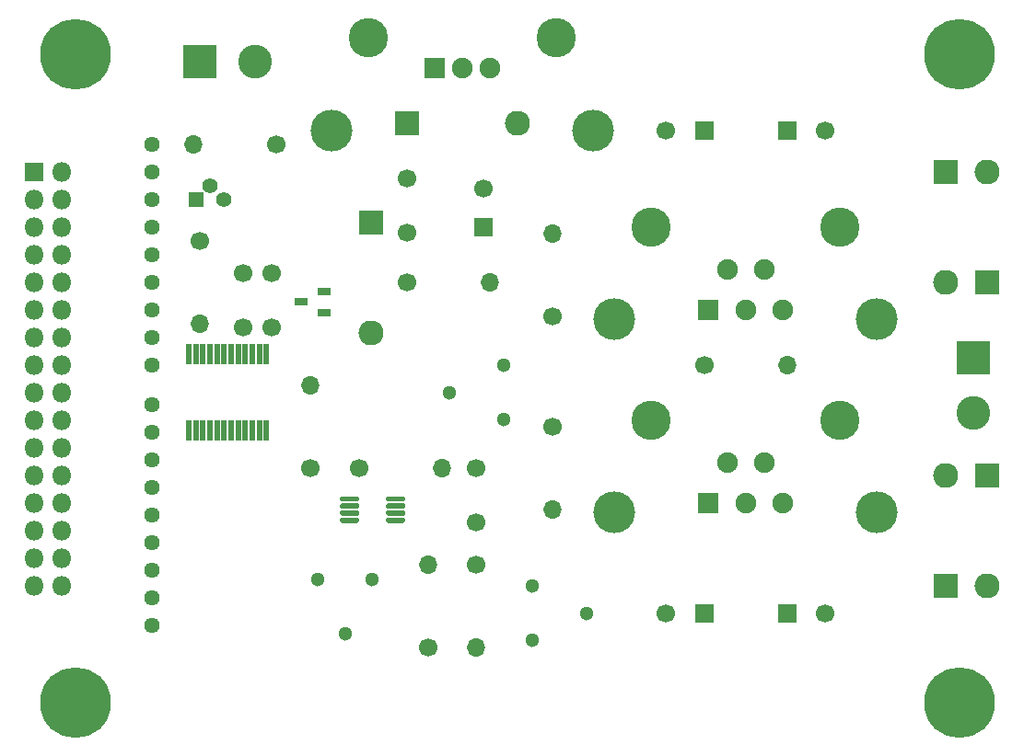
<source format=gbr>
%TF.GenerationSoftware,KiCad,Pcbnew,(5.1.6)-1*%
%TF.CreationDate,2021-05-27T20:40:55-04:00*%
%TF.ProjectId,MirrorDeflectionDriver,4d697272-6f72-4446-9566-6c656374696f,rev?*%
%TF.SameCoordinates,Original*%
%TF.FileFunction,Soldermask,Top*%
%TF.FilePolarity,Negative*%
%FSLAX46Y46*%
G04 Gerber Fmt 4.6, Leading zero omitted, Abs format (unit mm)*
G04 Created by KiCad (PCBNEW (5.1.6)-1) date 2021-05-27 20:40:55*
%MOMM*%
%LPD*%
G01*
G04 APERTURE LIST*
%ADD10O,2.300000X2.300000*%
%ADD11R,2.300000X2.300000*%
%ADD12C,6.500000*%
%ADD13R,1.400000X1.400000*%
%ADD14C,1.400000*%
%ADD15R,1.200000X0.750000*%
%ADD16R,0.550000X1.900000*%
%ADD17O,1.800000X1.800000*%
%ADD18R,1.800000X1.800000*%
%ADD19O,1.900000X1.900000*%
%ADD20R,1.900000X1.900000*%
%ADD21C,3.850000*%
%ADD22C,3.615000*%
%ADD23C,1.440000*%
%ADD24C,1.300000*%
%ADD25O,1.700000X1.700000*%
%ADD26C,1.700000*%
%ADD27C,3.100000*%
%ADD28R,3.100000X3.100000*%
%ADD29R,1.700000X1.700000*%
G04 APERTURE END LIST*
D10*
%TO.C,D2*%
X136398000Y-96774000D03*
D11*
X136398000Y-86614000D03*
%TD*%
D12*
%TO.C,REF\u002A\u002A*%
X109220000Y-130810000D03*
%TD*%
%TO.C,REF\u002A\u002A*%
X190500000Y-130810000D03*
%TD*%
%TO.C,REF\u002A\u002A*%
X190500000Y-71120000D03*
%TD*%
%TO.C,REF\u002A\u002A*%
X109220000Y-71120000D03*
%TD*%
%TO.C,IC1*%
G36*
G01*
X137775000Y-112180000D02*
X137775000Y-111930000D01*
G75*
G02*
X137900000Y-111805000I125000J0D01*
G01*
X139375000Y-111805000D01*
G75*
G02*
X139500000Y-111930000I0J-125000D01*
G01*
X139500000Y-112180000D01*
G75*
G02*
X139375000Y-112305000I-125000J0D01*
G01*
X137900000Y-112305000D01*
G75*
G02*
X137775000Y-112180000I0J125000D01*
G01*
G37*
G36*
G01*
X137775000Y-112830000D02*
X137775000Y-112580000D01*
G75*
G02*
X137900000Y-112455000I125000J0D01*
G01*
X139375000Y-112455000D01*
G75*
G02*
X139500000Y-112580000I0J-125000D01*
G01*
X139500000Y-112830000D01*
G75*
G02*
X139375000Y-112955000I-125000J0D01*
G01*
X137900000Y-112955000D01*
G75*
G02*
X137775000Y-112830000I0J125000D01*
G01*
G37*
G36*
G01*
X137775000Y-113480000D02*
X137775000Y-113230000D01*
G75*
G02*
X137900000Y-113105000I125000J0D01*
G01*
X139375000Y-113105000D01*
G75*
G02*
X139500000Y-113230000I0J-125000D01*
G01*
X139500000Y-113480000D01*
G75*
G02*
X139375000Y-113605000I-125000J0D01*
G01*
X137900000Y-113605000D01*
G75*
G02*
X137775000Y-113480000I0J125000D01*
G01*
G37*
G36*
G01*
X137775000Y-114130000D02*
X137775000Y-113880000D01*
G75*
G02*
X137900000Y-113755000I125000J0D01*
G01*
X139375000Y-113755000D01*
G75*
G02*
X139500000Y-113880000I0J-125000D01*
G01*
X139500000Y-114130000D01*
G75*
G02*
X139375000Y-114255000I-125000J0D01*
G01*
X137900000Y-114255000D01*
G75*
G02*
X137775000Y-114130000I0J125000D01*
G01*
G37*
G36*
G01*
X133550000Y-114130000D02*
X133550000Y-113880000D01*
G75*
G02*
X133675000Y-113755000I125000J0D01*
G01*
X135150000Y-113755000D01*
G75*
G02*
X135275000Y-113880000I0J-125000D01*
G01*
X135275000Y-114130000D01*
G75*
G02*
X135150000Y-114255000I-125000J0D01*
G01*
X133675000Y-114255000D01*
G75*
G02*
X133550000Y-114130000I0J125000D01*
G01*
G37*
G36*
G01*
X133550000Y-113480000D02*
X133550000Y-113230000D01*
G75*
G02*
X133675000Y-113105000I125000J0D01*
G01*
X135150000Y-113105000D01*
G75*
G02*
X135275000Y-113230000I0J-125000D01*
G01*
X135275000Y-113480000D01*
G75*
G02*
X135150000Y-113605000I-125000J0D01*
G01*
X133675000Y-113605000D01*
G75*
G02*
X133550000Y-113480000I0J125000D01*
G01*
G37*
G36*
G01*
X133550000Y-112830000D02*
X133550000Y-112580000D01*
G75*
G02*
X133675000Y-112455000I125000J0D01*
G01*
X135150000Y-112455000D01*
G75*
G02*
X135275000Y-112580000I0J-125000D01*
G01*
X135275000Y-112830000D01*
G75*
G02*
X135150000Y-112955000I-125000J0D01*
G01*
X133675000Y-112955000D01*
G75*
G02*
X133550000Y-112830000I0J125000D01*
G01*
G37*
G36*
G01*
X133550000Y-112180000D02*
X133550000Y-111930000D01*
G75*
G02*
X133675000Y-111805000I125000J0D01*
G01*
X135150000Y-111805000D01*
G75*
G02*
X135275000Y-111930000I0J-125000D01*
G01*
X135275000Y-112180000D01*
G75*
G02*
X135150000Y-112305000I-125000J0D01*
G01*
X133675000Y-112305000D01*
G75*
G02*
X133550000Y-112180000I0J125000D01*
G01*
G37*
%TD*%
D13*
%TO.C,U2*%
X120269000Y-84455000D03*
D14*
X122809000Y-84455000D03*
X121539000Y-83185000D03*
%TD*%
D15*
%TO.C,IC3*%
X129980000Y-93909000D03*
X132080000Y-92949000D03*
X132080000Y-94869000D03*
%TD*%
D16*
%TO.C,IC2*%
X119615000Y-98685000D03*
X120265000Y-98685000D03*
X120915000Y-98685000D03*
X121565000Y-98685000D03*
X122215000Y-98685000D03*
X122865000Y-98685000D03*
X123515000Y-98685000D03*
X124165000Y-98685000D03*
X124815000Y-98685000D03*
X125465000Y-98685000D03*
X126115000Y-98685000D03*
X126765000Y-98685000D03*
X126765000Y-105785000D03*
X126115000Y-105785000D03*
X125465000Y-105785000D03*
X124815000Y-105785000D03*
X124165000Y-105785000D03*
X123515000Y-105785000D03*
X122865000Y-105785000D03*
X122215000Y-105785000D03*
X121565000Y-105785000D03*
X120915000Y-105785000D03*
X120265000Y-105785000D03*
X119615000Y-105785000D03*
%TD*%
D17*
%TO.C,J2*%
X107950000Y-120015000D03*
X105410000Y-120015000D03*
X107950000Y-117475000D03*
X105410000Y-117475000D03*
X107950000Y-114935000D03*
X105410000Y-114935000D03*
X107950000Y-112395000D03*
X105410000Y-112395000D03*
X107950000Y-109855000D03*
X105410000Y-109855000D03*
X107950000Y-107315000D03*
X105410000Y-107315000D03*
X107950000Y-104775000D03*
X105410000Y-104775000D03*
X107950000Y-102235000D03*
X105410000Y-102235000D03*
X107950000Y-99695000D03*
X105410000Y-99695000D03*
X107950000Y-97155000D03*
X105410000Y-97155000D03*
X107950000Y-94615000D03*
X105410000Y-94615000D03*
X107950000Y-92075000D03*
X105410000Y-92075000D03*
X107950000Y-89535000D03*
X105410000Y-89535000D03*
X107950000Y-86995000D03*
X105410000Y-86995000D03*
X107950000Y-84455000D03*
X105410000Y-84455000D03*
X107950000Y-81915000D03*
D18*
X105410000Y-81915000D03*
%TD*%
D19*
%TO.C,U7*%
X174215000Y-112395000D03*
X172515000Y-108695000D03*
X170815000Y-112395000D03*
X169115000Y-108695000D03*
D20*
X167415000Y-112395000D03*
%TD*%
D19*
%TO.C,U6*%
X174215000Y-94615000D03*
X172515000Y-90915000D03*
X170815000Y-94615000D03*
X169115000Y-90915000D03*
D20*
X167415000Y-94615000D03*
%TD*%
D21*
%TO.C,U5*%
X158750000Y-95495000D03*
X182850000Y-95495000D03*
D22*
X162150000Y-86995000D03*
X179450000Y-86995000D03*
%TD*%
D21*
%TO.C,U4*%
X158750000Y-113275000D03*
X182850000Y-113275000D03*
D22*
X162150000Y-104775000D03*
X179450000Y-104775000D03*
%TD*%
D21*
%TO.C,U3*%
X132715000Y-78105000D03*
X156815000Y-78105000D03*
D22*
X136115000Y-69605000D03*
X153415000Y-69605000D03*
%TD*%
D19*
%TO.C,U1*%
X147320000Y-72390000D03*
X144780000Y-72390000D03*
D20*
X142240000Y-72390000D03*
%TD*%
D23*
%TO.C,RN2*%
X116205000Y-99695000D03*
X116205000Y-97155000D03*
X116205000Y-94615000D03*
X116205000Y-92075000D03*
X116205000Y-89535000D03*
X116205000Y-86995000D03*
X116205000Y-84455000D03*
X116205000Y-81915000D03*
X116205000Y-79375000D03*
%TD*%
%TO.C,RN1*%
X116205000Y-103378000D03*
X116205000Y-105918000D03*
X116205000Y-108458000D03*
X116205000Y-110998000D03*
X116205000Y-113538000D03*
X116205000Y-116078000D03*
X116205000Y-118618000D03*
X116205000Y-121158000D03*
X116205000Y-123698000D03*
%TD*%
D24*
%TO.C,R13*%
X151210000Y-125055000D03*
X156210000Y-122555000D03*
X151210000Y-120055000D03*
%TD*%
D25*
%TO.C,R12*%
X174625000Y-99695000D03*
D26*
X167005000Y-99695000D03*
%TD*%
D25*
%TO.C,R11*%
X153035000Y-113030000D03*
D26*
X153035000Y-105410000D03*
%TD*%
D25*
%TO.C,R10*%
X153035000Y-87630000D03*
D26*
X153035000Y-95250000D03*
%TD*%
D24*
%TO.C,R9*%
X148550000Y-99735000D03*
X143550000Y-102235000D03*
X148550000Y-104735000D03*
%TD*%
D25*
%TO.C,R8*%
X142875000Y-109220000D03*
D26*
X135255000Y-109220000D03*
%TD*%
D25*
%TO.C,R7*%
X146050000Y-125730000D03*
D26*
X146050000Y-118110000D03*
%TD*%
D25*
%TO.C,R6*%
X141605000Y-118110000D03*
D26*
X141605000Y-125730000D03*
%TD*%
D25*
%TO.C,R5*%
X130810000Y-101600000D03*
D26*
X130810000Y-109220000D03*
%TD*%
D24*
%TO.C,R4*%
X131485000Y-119420000D03*
X133985000Y-124420000D03*
X136485000Y-119420000D03*
%TD*%
D25*
%TO.C,R3*%
X120650000Y-95885000D03*
D26*
X120650000Y-88265000D03*
%TD*%
D25*
%TO.C,R2*%
X120015000Y-79375000D03*
D26*
X127635000Y-79375000D03*
%TD*%
D25*
%TO.C,R1*%
X147320000Y-92075000D03*
D26*
X139700000Y-92075000D03*
%TD*%
D27*
%TO.C,J3*%
X191770000Y-104140000D03*
D28*
X191770000Y-99060000D03*
%TD*%
D27*
%TO.C,J1*%
X125730000Y-71755000D03*
D28*
X120650000Y-71755000D03*
%TD*%
D10*
%TO.C,D6*%
X193040000Y-120015000D03*
D11*
X193040000Y-109855000D03*
%TD*%
D10*
%TO.C,D5*%
X189230000Y-109855000D03*
D11*
X189230000Y-120015000D03*
%TD*%
D10*
%TO.C,D4*%
X193040000Y-81915000D03*
D11*
X193040000Y-92075000D03*
%TD*%
D10*
%TO.C,D3*%
X189230000Y-92075000D03*
D11*
X189230000Y-81915000D03*
%TD*%
D10*
%TO.C,D1*%
X149860000Y-77470000D03*
D11*
X139700000Y-77470000D03*
%TD*%
D26*
%TO.C,C9*%
X146050000Y-114220000D03*
X146050000Y-109220000D03*
%TD*%
%TO.C,C8*%
X124587000Y-91266000D03*
X124587000Y-96266000D03*
%TD*%
%TO.C,C7*%
X127254000Y-91266000D03*
X127254000Y-96266000D03*
%TD*%
%TO.C,C6*%
X163505000Y-78105000D03*
D29*
X167005000Y-78105000D03*
%TD*%
D26*
%TO.C,C5*%
X146685000Y-83495000D03*
D29*
X146685000Y-86995000D03*
%TD*%
D26*
%TO.C,C4*%
X163505000Y-122555000D03*
D29*
X167005000Y-122555000D03*
%TD*%
D26*
%TO.C,C3*%
X139700000Y-82550000D03*
X139700000Y-87550000D03*
%TD*%
%TO.C,C2*%
X178125000Y-78105000D03*
D29*
X174625000Y-78105000D03*
%TD*%
D26*
%TO.C,C1*%
X178125000Y-122555000D03*
D29*
X174625000Y-122555000D03*
%TD*%
M02*

</source>
